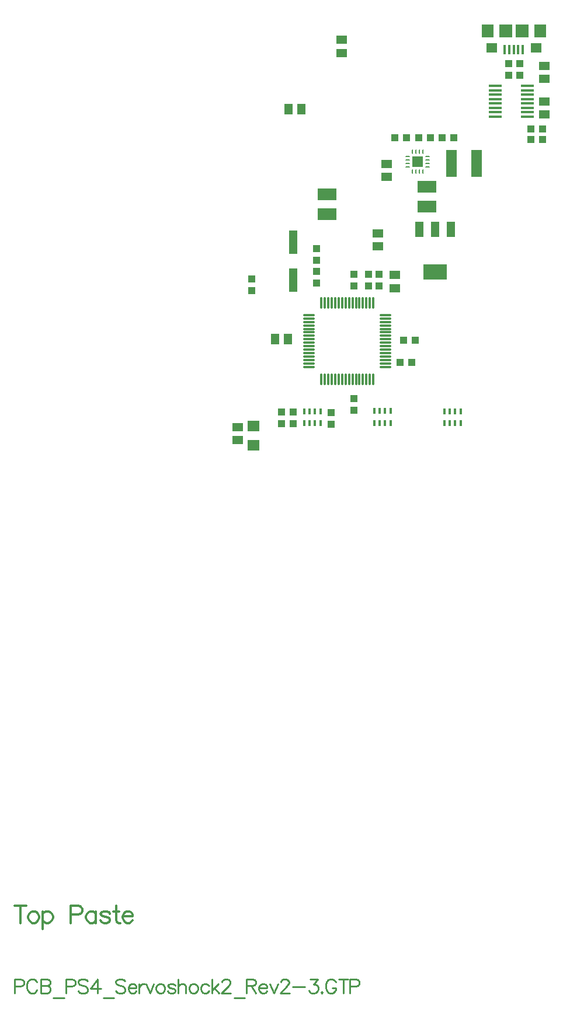
<source format=gtp>
%FSAX24Y24*%
%MOIN*%
G70*
G01*
G75*
G04 Layer_Color=16776960*
G04:AMPARAMS|DCode=10|XSize=9.4mil|YSize=27.6mil|CornerRadius=2.4mil|HoleSize=0mil|Usage=FLASHONLY|Rotation=90.000|XOffset=0mil|YOffset=0mil|HoleType=Round|Shape=RoundedRectangle|*
%AMROUNDEDRECTD10*
21,1,0.0094,0.0228,0,0,90.0*
21,1,0.0047,0.0276,0,0,90.0*
1,1,0.0047,0.0114,0.0024*
1,1,0.0047,0.0114,-0.0024*
1,1,0.0047,-0.0114,-0.0024*
1,1,0.0047,-0.0114,0.0024*
%
%ADD10ROUNDEDRECTD10*%
%ADD11R,0.0661X0.0661*%
G04:AMPARAMS|DCode=12|XSize=9.4mil|YSize=27.6mil|CornerRadius=2.4mil|HoleSize=0mil|Usage=FLASHONLY|Rotation=180.000|XOffset=0mil|YOffset=0mil|HoleType=Round|Shape=RoundedRectangle|*
%AMROUNDEDRECTD12*
21,1,0.0094,0.0228,0,0,180.0*
21,1,0.0047,0.0276,0,0,180.0*
1,1,0.0047,-0.0024,0.0114*
1,1,0.0047,0.0024,0.0114*
1,1,0.0047,0.0024,-0.0114*
1,1,0.0047,-0.0024,-0.0114*
%
%ADD12ROUNDEDRECTD12*%
%ADD13R,0.0591X0.0512*%
%ADD14R,0.1100X0.0680*%
%ADD15R,0.0394X0.0433*%
%ADD16R,0.0433X0.0394*%
%ADD17R,0.0390X0.0430*%
%ADD18R,0.0591X0.1575*%
%ADD19R,0.0709X0.0630*%
%ADD20O,0.0118X0.0709*%
%ADD21O,0.0709X0.0118*%
%ADD22R,0.0472X0.0866*%
%ADD23R,0.1378X0.0866*%
%ADD24R,0.0472X0.1378*%
%ADD25R,0.0177X0.0354*%
%ADD26R,0.0430X0.0390*%
%ADD27C,0.0400*%
%ADD28R,0.0512X0.0591*%
%ADD29O,0.0768X0.0157*%
%ADD30R,0.0157X0.0532*%
%ADD31R,0.0748X0.0748*%
%ADD32R,0.0630X0.0551*%
%ADD33R,0.0709X0.0748*%
%ADD34C,0.0090*%
%ADD35C,0.0110*%
%ADD36C,0.0150*%
%ADD37C,0.0250*%
%ADD38C,0.0600*%
%ADD39C,0.0500*%
%ADD40C,0.0750*%
%ADD41C,0.1000*%
%ADD42C,0.0700*%
%ADD43C,0.0100*%
%ADD44C,0.0200*%
%ADD45C,0.0120*%
%ADD46R,0.0667X0.0672*%
%ADD47R,0.0840X0.0730*%
%ADD48R,0.1290X0.0830*%
%ADD49R,0.1050X0.2350*%
%ADD50R,0.1370X0.0930*%
%ADD51R,0.0600X0.0600*%
%ADD52C,0.0600*%
%ADD53C,0.0984*%
%ADD54C,0.0591*%
%ADD55C,0.1378*%
%ADD56C,0.2200*%
%ADD57C,0.0827*%
%ADD58C,0.0220*%
%ADD59C,0.0280*%
%ADD60C,0.0260*%
%ADD61C,0.0180*%
%ADD62C,0.0230*%
%ADD63C,0.0098*%
%ADD64C,0.0236*%
%ADD65C,0.0035*%
%ADD66C,0.0157*%
%ADD67C,0.0050*%
%ADD68C,0.0080*%
%ADD69C,0.0060*%
%ADD70C,0.0079*%
%ADD71C,0.0040*%
%ADD72C,0.0118*%
%ADD73R,0.0300X0.0600*%
%ADD74R,0.0600X0.0250*%
%ADD75R,0.0591X0.0591*%
D10*
X046071Y073205D02*
D03*
Y073402D02*
D03*
Y073598D02*
D03*
Y073795D02*
D03*
X044929Y073205D02*
D03*
Y073402D02*
D03*
Y073598D02*
D03*
Y073795D02*
D03*
D12*
X045205Y074071D02*
D03*
X045402D02*
D03*
X045598D02*
D03*
X045795D02*
D03*
Y072929D02*
D03*
X045598D02*
D03*
X045402D02*
D03*
X045205D02*
D03*
D13*
X035250Y058324D02*
D03*
Y057576D02*
D03*
X052740Y076934D02*
D03*
Y076186D02*
D03*
X041190Y079706D02*
D03*
Y080454D02*
D03*
X043750Y072626D02*
D03*
Y073374D02*
D03*
X044210Y067014D02*
D03*
Y066266D02*
D03*
X043250Y068656D02*
D03*
Y069404D02*
D03*
X052750Y078964D02*
D03*
Y078216D02*
D03*
D14*
X046050Y072070D02*
D03*
Y070930D02*
D03*
X040350Y070480D02*
D03*
Y071620D02*
D03*
D15*
X041890Y067055D02*
D03*
Y066385D02*
D03*
X042710Y067055D02*
D03*
Y066385D02*
D03*
X041890Y059305D02*
D03*
Y059975D02*
D03*
X040590Y058505D02*
D03*
Y059175D02*
D03*
X039750Y068535D02*
D03*
Y067865D02*
D03*
Y066565D02*
D03*
Y067235D02*
D03*
X043320Y067055D02*
D03*
Y066385D02*
D03*
D16*
X045185Y062030D02*
D03*
X044515D02*
D03*
X045385Y063300D02*
D03*
X044715D02*
D03*
X044885Y074850D02*
D03*
X044215D02*
D03*
D17*
X037750Y059185D02*
D03*
Y058515D02*
D03*
X051350Y079085D02*
D03*
Y078415D02*
D03*
X050700Y079085D02*
D03*
Y078415D02*
D03*
X038400Y058515D02*
D03*
Y059185D02*
D03*
X036050Y066805D02*
D03*
Y066135D02*
D03*
D18*
X047441Y073400D02*
D03*
X048859D02*
D03*
D19*
X036140Y057289D02*
D03*
Y058391D02*
D03*
D20*
X040024Y061065D02*
D03*
X040220D02*
D03*
X040417D02*
D03*
X040614D02*
D03*
X040811D02*
D03*
X041008D02*
D03*
X041205D02*
D03*
X041402D02*
D03*
X041598D02*
D03*
X041795D02*
D03*
X041992D02*
D03*
X042189D02*
D03*
X042386D02*
D03*
X042583D02*
D03*
X042780D02*
D03*
X042976D02*
D03*
Y065435D02*
D03*
X042780D02*
D03*
X042583D02*
D03*
X042386D02*
D03*
X042189D02*
D03*
X041992D02*
D03*
X041795D02*
D03*
X041598D02*
D03*
X041402D02*
D03*
X041205D02*
D03*
X041008D02*
D03*
X040811D02*
D03*
X040614D02*
D03*
X040417D02*
D03*
X040220D02*
D03*
X040024D02*
D03*
D21*
X043685Y061774D02*
D03*
Y061970D02*
D03*
Y062167D02*
D03*
Y062364D02*
D03*
Y062561D02*
D03*
Y062758D02*
D03*
Y062955D02*
D03*
Y063152D02*
D03*
Y063348D02*
D03*
Y063545D02*
D03*
Y063742D02*
D03*
Y063939D02*
D03*
Y064136D02*
D03*
Y064333D02*
D03*
Y064530D02*
D03*
Y064726D02*
D03*
X039315D02*
D03*
Y064530D02*
D03*
Y064333D02*
D03*
Y064136D02*
D03*
Y063939D02*
D03*
Y063742D02*
D03*
Y063545D02*
D03*
Y063348D02*
D03*
Y063152D02*
D03*
Y062955D02*
D03*
Y062758D02*
D03*
Y062561D02*
D03*
Y062364D02*
D03*
Y062167D02*
D03*
Y061970D02*
D03*
Y061774D02*
D03*
D22*
X047406Y069620D02*
D03*
X046500D02*
D03*
X045594D02*
D03*
D23*
X046500Y067180D02*
D03*
D24*
X038400Y068883D02*
D03*
Y066717D02*
D03*
D25*
X047972Y059235D02*
D03*
Y058565D02*
D03*
X047657Y059235D02*
D03*
Y058565D02*
D03*
X047343Y059235D02*
D03*
Y058565D02*
D03*
X047028D02*
D03*
Y059235D02*
D03*
X039972D02*
D03*
Y058565D02*
D03*
X039657Y059235D02*
D03*
Y058565D02*
D03*
X039343Y059235D02*
D03*
Y058565D02*
D03*
X039028D02*
D03*
Y059235D02*
D03*
X043028Y059245D02*
D03*
Y058575D02*
D03*
X043343D02*
D03*
Y059245D02*
D03*
X043657Y058575D02*
D03*
Y059245D02*
D03*
X043972Y058575D02*
D03*
Y059245D02*
D03*
D26*
X052635Y075350D02*
D03*
X051965D02*
D03*
X052635Y074750D02*
D03*
X051965D02*
D03*
X047585Y074850D02*
D03*
X046915D02*
D03*
X046235D02*
D03*
X045565D02*
D03*
D28*
X037366Y063350D02*
D03*
X038114D02*
D03*
X038126Y076500D02*
D03*
X038874D02*
D03*
D29*
X049935Y077825D02*
D03*
Y077575D02*
D03*
Y077325D02*
D03*
Y077075D02*
D03*
Y076825D02*
D03*
Y076575D02*
D03*
Y076325D02*
D03*
Y076075D02*
D03*
X051765Y077825D02*
D03*
Y077575D02*
D03*
Y077325D02*
D03*
Y077075D02*
D03*
Y076825D02*
D03*
Y076575D02*
D03*
Y076325D02*
D03*
Y076075D02*
D03*
D30*
X050488Y079897D02*
D03*
X050744D02*
D03*
X051000D02*
D03*
X051256D02*
D03*
X051512D02*
D03*
D31*
X050528Y080950D02*
D03*
X051472D02*
D03*
D32*
X052260Y079985D02*
D03*
X049740D02*
D03*
D33*
X049504Y080950D02*
D03*
X052496D02*
D03*
D43*
X022500Y026381D02*
X022843D01*
X022957Y026419D01*
X022995Y026457D01*
X023033Y026533D01*
Y026647D01*
X022995Y026724D01*
X022957Y026762D01*
X022843Y026800D01*
X022500D01*
Y026000D01*
X023784Y026609D02*
X023745Y026686D01*
X023669Y026762D01*
X023593Y026800D01*
X023441D01*
X023365Y026762D01*
X023288Y026686D01*
X023250Y026609D01*
X023212Y026495D01*
Y026305D01*
X023250Y026190D01*
X023288Y026114D01*
X023365Y026038D01*
X023441Y026000D01*
X023593D01*
X023669Y026038D01*
X023745Y026114D01*
X023784Y026190D01*
X024008Y026800D02*
Y026000D01*
Y026800D02*
X024351D01*
X024465Y026762D01*
X024503Y026724D01*
X024541Y026647D01*
Y026571D01*
X024503Y026495D01*
X024465Y026457D01*
X024351Y026419D01*
X024008D02*
X024351D01*
X024465Y026381D01*
X024503Y026343D01*
X024541Y026267D01*
Y026152D01*
X024503Y026076D01*
X024465Y026038D01*
X024351Y026000D01*
X024008D01*
X024720Y025733D02*
X025330D01*
X025433Y026381D02*
X025775D01*
X025890Y026419D01*
X025928Y026457D01*
X025966Y026533D01*
Y026647D01*
X025928Y026724D01*
X025890Y026762D01*
X025775Y026800D01*
X025433D01*
Y026000D01*
X026678Y026686D02*
X026602Y026762D01*
X026488Y026800D01*
X026335D01*
X026221Y026762D01*
X026145Y026686D01*
Y026609D01*
X026183Y026533D01*
X026221Y026495D01*
X026297Y026457D01*
X026526Y026381D01*
X026602Y026343D01*
X026640Y026305D01*
X026678Y026229D01*
Y026114D01*
X026602Y026038D01*
X026488Y026000D01*
X026335D01*
X026221Y026038D01*
X026145Y026114D01*
X027238Y026800D02*
X026857Y026267D01*
X027428D01*
X027238Y026800D02*
Y026000D01*
X027569Y025733D02*
X028179D01*
X028815Y026686D02*
X028739Y026762D01*
X028624Y026800D01*
X028472D01*
X028358Y026762D01*
X028282Y026686D01*
Y026609D01*
X028320Y026533D01*
X028358Y026495D01*
X028434Y026457D01*
X028662Y026381D01*
X028739Y026343D01*
X028777Y026305D01*
X028815Y026229D01*
Y026114D01*
X028739Y026038D01*
X028624Y026000D01*
X028472D01*
X028358Y026038D01*
X028282Y026114D01*
X028994Y026305D02*
X029451D01*
Y026381D01*
X029413Y026457D01*
X029375Y026495D01*
X029299Y026533D01*
X029184D01*
X029108Y026495D01*
X029032Y026419D01*
X028994Y026305D01*
Y026229D01*
X029032Y026114D01*
X029108Y026038D01*
X029184Y026000D01*
X029299D01*
X029375Y026038D01*
X029451Y026114D01*
X029622Y026533D02*
Y026000D01*
Y026305D02*
X029660Y026419D01*
X029737Y026495D01*
X029813Y026533D01*
X029927D01*
X029999D02*
X030228Y026000D01*
X030456Y026533D02*
X030228Y026000D01*
X030776Y026533D02*
X030700Y026495D01*
X030624Y026419D01*
X030586Y026305D01*
Y026229D01*
X030624Y026114D01*
X030700Y026038D01*
X030776Y026000D01*
X030891D01*
X030967Y026038D01*
X031043Y026114D01*
X031081Y026229D01*
Y026305D01*
X031043Y026419D01*
X030967Y026495D01*
X030891Y026533D01*
X030776D01*
X031675Y026419D02*
X031637Y026495D01*
X031523Y026533D01*
X031409D01*
X031294Y026495D01*
X031256Y026419D01*
X031294Y026343D01*
X031370Y026305D01*
X031561Y026267D01*
X031637Y026229D01*
X031675Y026152D01*
Y026114D01*
X031637Y026038D01*
X031523Y026000D01*
X031409D01*
X031294Y026038D01*
X031256Y026114D01*
X031843Y026800D02*
Y026000D01*
Y026381D02*
X031957Y026495D01*
X032033Y026533D01*
X032147D01*
X032224Y026495D01*
X032262Y026381D01*
Y026000D01*
X032662Y026533D02*
X032585Y026495D01*
X032509Y026419D01*
X032471Y026305D01*
Y026229D01*
X032509Y026114D01*
X032585Y026038D01*
X032662Y026000D01*
X032776D01*
X032852Y026038D01*
X032928Y026114D01*
X032966Y026229D01*
Y026305D01*
X032928Y026419D01*
X032852Y026495D01*
X032776Y026533D01*
X032662D01*
X033599Y026419D02*
X033522Y026495D01*
X033446Y026533D01*
X033332D01*
X033256Y026495D01*
X033180Y026419D01*
X033142Y026305D01*
Y026229D01*
X033180Y026114D01*
X033256Y026038D01*
X033332Y026000D01*
X033446D01*
X033522Y026038D01*
X033599Y026114D01*
X033770Y026800D02*
Y026000D01*
X034151Y026533D02*
X033770Y026152D01*
X033922Y026305D02*
X034189Y026000D01*
X034353Y026609D02*
Y026647D01*
X034391Y026724D01*
X034429Y026762D01*
X034505Y026800D01*
X034657D01*
X034734Y026762D01*
X034772Y026724D01*
X034810Y026647D01*
Y026571D01*
X034772Y026495D01*
X034695Y026381D01*
X034315Y026000D01*
X034848D01*
X035027Y025733D02*
X035636D01*
X035739Y026800D02*
Y026000D01*
Y026800D02*
X036082D01*
X036196Y026762D01*
X036234Y026724D01*
X036272Y026647D01*
Y026571D01*
X036234Y026495D01*
X036196Y026457D01*
X036082Y026419D01*
X035739D01*
X036006D02*
X036272Y026000D01*
X036451Y026305D02*
X036908D01*
Y026381D01*
X036870Y026457D01*
X036832Y026495D01*
X036756Y026533D01*
X036642D01*
X036566Y026495D01*
X036489Y026419D01*
X036451Y026305D01*
Y026229D01*
X036489Y026114D01*
X036566Y026038D01*
X036642Y026000D01*
X036756D01*
X036832Y026038D01*
X036908Y026114D01*
X037080Y026533D02*
X037308Y026000D01*
X037537Y026533D02*
X037308Y026000D01*
X037704Y026609D02*
Y026647D01*
X037742Y026724D01*
X037781Y026762D01*
X037857Y026800D01*
X038009D01*
X038085Y026762D01*
X038123Y026724D01*
X038161Y026647D01*
Y026571D01*
X038123Y026495D01*
X038047Y026381D01*
X037666Y026000D01*
X038199D01*
X038379Y026343D02*
X039064D01*
X039376Y026800D02*
X039795D01*
X039567Y026495D01*
X039681D01*
X039757Y026457D01*
X039795Y026419D01*
X039833Y026305D01*
Y026229D01*
X039795Y026114D01*
X039719Y026038D01*
X039605Y026000D01*
X039491D01*
X039376Y026038D01*
X039338Y026076D01*
X039300Y026152D01*
X040051Y026076D02*
X040012Y026038D01*
X040051Y026000D01*
X040089Y026038D01*
X040051Y026076D01*
X040835Y026609D02*
X040797Y026686D01*
X040721Y026762D01*
X040645Y026800D01*
X040492D01*
X040416Y026762D01*
X040340Y026686D01*
X040302Y026609D01*
X040264Y026495D01*
Y026305D01*
X040302Y026190D01*
X040340Y026114D01*
X040416Y026038D01*
X040492Y026000D01*
X040645D01*
X040721Y026038D01*
X040797Y026114D01*
X040835Y026190D01*
Y026305D01*
X040645D02*
X040835D01*
X041285Y026800D02*
Y026000D01*
X041018Y026800D02*
X041551D01*
X041646Y026381D02*
X041989D01*
X042103Y026419D01*
X042141Y026457D01*
X042180Y026533D01*
Y026647D01*
X042141Y026724D01*
X042103Y026762D01*
X041989Y026800D01*
X041646D01*
Y026000D01*
D45*
X022833Y031000D02*
Y030000D01*
X022500Y031000D02*
X023167D01*
X023524Y030667D02*
X023428Y030619D01*
X023333Y030524D01*
X023286Y030381D01*
Y030286D01*
X023333Y030143D01*
X023428Y030048D01*
X023524Y030000D01*
X023666D01*
X023762Y030048D01*
X023857Y030143D01*
X023904Y030286D01*
Y030381D01*
X023857Y030524D01*
X023762Y030619D01*
X023666Y030667D01*
X023524D01*
X024123D02*
Y029667D01*
Y030524D02*
X024219Y030619D01*
X024314Y030667D01*
X024457D01*
X024552Y030619D01*
X024647Y030524D01*
X024695Y030381D01*
Y030286D01*
X024647Y030143D01*
X024552Y030048D01*
X024457Y030000D01*
X024314D01*
X024219Y030048D01*
X024123Y030143D01*
X025695Y030476D02*
X026123D01*
X026266Y030524D01*
X026313Y030571D01*
X026361Y030667D01*
Y030809D01*
X026313Y030905D01*
X026266Y030952D01*
X026123Y031000D01*
X025695D01*
Y030000D01*
X027156Y030667D02*
Y030000D01*
Y030524D02*
X027061Y030619D01*
X026966Y030667D01*
X026823D01*
X026728Y030619D01*
X026632Y030524D01*
X026585Y030381D01*
Y030286D01*
X026632Y030143D01*
X026728Y030048D01*
X026823Y030000D01*
X026966D01*
X027061Y030048D01*
X027156Y030143D01*
X027946Y030524D02*
X027899Y030619D01*
X027756Y030667D01*
X027613D01*
X027470Y030619D01*
X027423Y030524D01*
X027470Y030428D01*
X027566Y030381D01*
X027804Y030333D01*
X027899Y030286D01*
X027946Y030190D01*
Y030143D01*
X027899Y030048D01*
X027756Y030000D01*
X027613D01*
X027470Y030048D01*
X027423Y030143D01*
X028299Y031000D02*
Y030190D01*
X028346Y030048D01*
X028442Y030000D01*
X028537D01*
X028156Y030667D02*
X028489D01*
X028680Y030381D02*
X029251D01*
Y030476D01*
X029203Y030571D01*
X029156Y030619D01*
X029060Y030667D01*
X028918D01*
X028822Y030619D01*
X028727Y030524D01*
X028680Y030381D01*
Y030286D01*
X028727Y030143D01*
X028822Y030048D01*
X028918Y030000D01*
X029060D01*
X029156Y030048D01*
X029251Y030143D01*
D75*
X045500Y073500D02*
D03*
M02*

</source>
